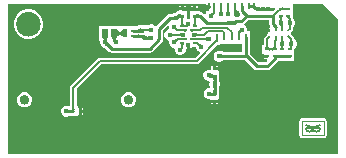
<source format=gbl>
G04*
G04 #@! TF.GenerationSoftware,Altium Limited,Altium Designer,21.1.1 (26)*
G04*
G04 Layer_Physical_Order=2*
G04 Layer_Color=16711680*
%FSLAX44Y44*%
%MOMM*%
G71*
G04*
G04 #@! TF.SameCoordinates,265E8744-D868-4B9A-8BEC-D162B1B1FCAB*
G04*
G04*
G04 #@! TF.FilePolarity,Positive*
G04*
G01*
G75*
%ADD10C,0.2500*%
%ADD11C,0.1500*%
%ADD12C,0.1000*%
%ADD28C,0.2540*%
%ADD29C,0.0100*%
%ADD30C,0.7500*%
%ADD31C,2.0000*%
%ADD32C,0.4000*%
%ADD33R,0.4000X0.2500*%
%ADD34R,0.4000X0.7000*%
%ADD35R,0.3000X0.2700*%
%ADD36R,0.2700X0.3000*%
%ADD37C,0.1500*%
G04:AMPARAMS|DCode=38|XSize=0.4mm|YSize=0.26mm|CornerRadius=0.065mm|HoleSize=0mm|Usage=FLASHONLY|Rotation=270.000|XOffset=0mm|YOffset=0mm|HoleType=Round|Shape=RoundedRectangle|*
%AMROUNDEDRECTD38*
21,1,0.4000,0.1300,0,0,270.0*
21,1,0.2700,0.2600,0,0,270.0*
1,1,0.1300,-0.0650,-0.1350*
1,1,0.1300,-0.0650,0.1350*
1,1,0.1300,0.0650,0.1350*
1,1,0.1300,0.0650,-0.1350*
%
%ADD38ROUNDEDRECTD38*%
G04:AMPARAMS|DCode=39|XSize=0.37mm|YSize=0.2mm|CornerRadius=0.05mm|HoleSize=0mm|Usage=FLASHONLY|Rotation=0.000|XOffset=0mm|YOffset=0mm|HoleType=Round|Shape=RoundedRectangle|*
%AMROUNDEDRECTD39*
21,1,0.3700,0.1000,0,0,0.0*
21,1,0.2700,0.2000,0,0,0.0*
1,1,0.1000,0.1350,-0.0500*
1,1,0.1000,-0.1350,-0.0500*
1,1,0.1000,-0.1350,0.0500*
1,1,0.1000,0.1350,0.0500*
%
%ADD39ROUNDEDRECTD39*%
G04:AMPARAMS|DCode=40|XSize=0.2mm|YSize=0.23mm|CornerRadius=0.05mm|HoleSize=0mm|Usage=FLASHONLY|Rotation=45.000|XOffset=0mm|YOffset=0mm|HoleType=Round|Shape=RoundedRectangle|*
%AMROUNDEDRECTD40*
21,1,0.2000,0.1300,0,0,45.0*
21,1,0.1000,0.2300,0,0,45.0*
1,1,0.1000,0.0813,-0.0106*
1,1,0.1000,0.0106,-0.0813*
1,1,0.1000,-0.0813,0.0106*
1,1,0.1000,-0.0106,0.0813*
%
%ADD40ROUNDEDRECTD40*%
G04:AMPARAMS|DCode=41|XSize=0.4mm|YSize=0.26mm|CornerRadius=0.065mm|HoleSize=0mm|Usage=FLASHONLY|Rotation=0.000|XOffset=0mm|YOffset=0mm|HoleType=Round|Shape=RoundedRectangle|*
%AMROUNDEDRECTD41*
21,1,0.4000,0.1300,0,0,0.0*
21,1,0.2700,0.2600,0,0,0.0*
1,1,0.1300,0.1350,-0.0650*
1,1,0.1300,-0.1350,-0.0650*
1,1,0.1300,-0.1350,0.0650*
1,1,0.1300,0.1350,0.0650*
%
%ADD41ROUNDEDRECTD41*%
G04:AMPARAMS|DCode=42|XSize=0.2mm|YSize=0.23mm|CornerRadius=0.05mm|HoleSize=0mm|Usage=FLASHONLY|Rotation=315.000|XOffset=0mm|YOffset=0mm|HoleType=Round|Shape=RoundedRectangle|*
%AMROUNDEDRECTD42*
21,1,0.2000,0.1300,0,0,315.0*
21,1,0.1000,0.2300,0,0,315.0*
1,1,0.1000,-0.0106,-0.0813*
1,1,0.1000,-0.0813,-0.0106*
1,1,0.1000,0.0106,0.0813*
1,1,0.1000,0.0813,0.0106*
%
%ADD42ROUNDEDRECTD42*%
%ADD43R,0.2200X0.5400*%
%ADD44R,0.5000X0.7000*%
G36*
X281941Y117733D02*
Y3059D01*
X3059D01*
Y129941D01*
X170480D01*
Y129345D01*
X173080D01*
Y126805D01*
X172022D01*
X172010Y125406D01*
X171817Y125044D01*
X170480Y126710D01*
Y123875D01*
X170480Y123875D01*
X170575Y122875D01*
X170106Y121744D01*
X169016Y121420D01*
X168006Y122430D01*
X166931Y123148D01*
X166489Y123236D01*
X166260Y123390D01*
X165948Y123638D01*
X165842Y123669D01*
X165751Y123730D01*
X165360Y123807D01*
X164977Y123918D01*
X164830Y123930D01*
Y124118D01*
X163790D01*
Y124651D01*
X162260Y124608D01*
Y124658D01*
X160790D01*
X159321D01*
Y124608D01*
X158229Y124658D01*
X157790D01*
Y124118D01*
X156750D01*
Y119005D01*
X156731Y118908D01*
X156741Y118857D01*
X156733Y118805D01*
X156750Y118733D01*
Y117849D01*
X156264Y117450D01*
X154964D01*
X154541Y117796D01*
Y118793D01*
X154548Y118820D01*
X154541Y118872D01*
Y118946D01*
X154553Y119010D01*
X154541Y119067D01*
Y124162D01*
X153501D01*
Y124695D01*
X151971Y124652D01*
Y124702D01*
X150501D01*
X147501D01*
Y124162D01*
X146461D01*
Y123965D01*
X146452Y123962D01*
X146023Y123877D01*
X145965Y123838D01*
X145897Y123821D01*
X145547Y123559D01*
X145183Y123315D01*
X145144Y123258D01*
X145088Y123216D01*
X144865Y122839D01*
X144862Y122836D01*
X144173D01*
X142599Y122184D01*
X142025Y122120D01*
X141679Y122009D01*
X141323Y121939D01*
X141201Y121857D01*
X141062Y121813D01*
X140821Y121610D01*
X139886D01*
X138618Y121357D01*
X137543Y120639D01*
X128518Y111615D01*
X128440Y111562D01*
X127224Y111503D01*
X126528Y112200D01*
X124859Y112891D01*
X123053D01*
X121847Y112391D01*
X120880Y112150D01*
Y112150D01*
X120880Y112150D01*
X115467D01*
X115371Y112169D01*
X115274Y112150D01*
X112800D01*
Y111595D01*
X112232Y111450D01*
X79860D01*
Y99370D01*
X80098D01*
X80550Y98693D01*
Y96887D01*
X81241Y95218D01*
X82518Y93941D01*
X84092Y93289D01*
X84544Y92929D01*
X84866Y92763D01*
X85168Y92561D01*
X85311Y92532D01*
X85441Y92465D01*
X85755Y92439D01*
X88312Y89882D01*
X89387Y89163D01*
X90655Y88911D01*
X122705D01*
X123973Y89163D01*
X125048Y89882D01*
X133153Y97987D01*
X133871Y99062D01*
X134124Y100330D01*
Y107847D01*
X138046Y111770D01*
X138678Y111512D01*
X138970Y111280D01*
Y109587D01*
X139136Y109187D01*
X138797Y108680D01*
X137128Y107989D01*
X135851Y106712D01*
X135160Y105043D01*
Y103237D01*
X135851Y101568D01*
X137128Y100291D01*
X138471Y99735D01*
X138970Y98693D01*
Y96887D01*
X139661Y95218D01*
X140938Y93941D01*
X142607Y93250D01*
X143343D01*
X144050Y92343D01*
Y90537D01*
X144741Y88868D01*
X146018Y87591D01*
X147687Y86900D01*
X149493D01*
X151162Y87591D01*
X152439Y88868D01*
X153130Y90537D01*
Y91408D01*
X153373Y91772D01*
X153430Y91847D01*
X153469Y91882D01*
X154344Y92379D01*
Y95261D01*
X154678Y95761D01*
X154695Y95847D01*
X156532D01*
X156550Y95761D01*
X156884Y95261D01*
Y92428D01*
X157103Y92472D01*
X157814Y92947D01*
X158289Y93658D01*
X158765Y93977D01*
X159414Y93848D01*
X161618D01*
X161830Y93352D01*
Y93077D01*
X162521Y91408D01*
X163798Y90131D01*
X164935Y89660D01*
X165205Y88516D01*
X161262Y84573D01*
X80499D01*
X79426Y84360D01*
X78517Y83752D01*
X56127Y61363D01*
X55520Y60453D01*
X55306Y59380D01*
Y44433D01*
X55287Y44405D01*
X55026Y44057D01*
X55008Y43987D01*
X54967Y43926D01*
X53964Y43520D01*
X53911Y43522D01*
X52973Y43910D01*
X51167D01*
X49498Y43219D01*
X48221Y41942D01*
X47530Y40273D01*
Y38467D01*
X48221Y36798D01*
X49498Y35521D01*
X51167Y34830D01*
X52973D01*
X54205Y35340D01*
X54220Y35330D01*
Y35330D01*
X56444D01*
X56588Y35319D01*
X56683Y35330D01*
X56694D01*
X56790Y35311D01*
X56887Y35330D01*
X62000D01*
Y36370D01*
X62540D01*
Y39370D01*
Y42370D01*
X62000D01*
Y43410D01*
X61361D01*
X61337Y43500D01*
X61253Y43926D01*
X61212Y43987D01*
X61194Y44057D01*
X60933Y44405D01*
X60914Y44433D01*
Y58219D01*
X81661Y78965D01*
X162424D01*
X163497Y79179D01*
X164406Y79787D01*
X179775Y95155D01*
X180231Y95219D01*
X180236Y95222D01*
X180242Y95223D01*
X180670Y95477D01*
X181102Y95731D01*
X181106Y95735D01*
X181111Y95738D01*
X182164Y96685D01*
X200766D01*
Y89776D01*
X185100D01*
X185042Y89812D01*
X184724Y90050D01*
X184616Y90077D01*
X184521Y90136D01*
X184129Y90201D01*
X183744Y90299D01*
X183634Y90283D01*
X183524Y90301D01*
X182881Y90280D01*
X182343Y90503D01*
X180537D01*
X178868Y89812D01*
X177591Y88534D01*
X176900Y86866D01*
Y85060D01*
X177591Y83391D01*
X178868Y82114D01*
X180537Y81423D01*
X182343D01*
X184012Y82114D01*
X184471Y82573D01*
X184973Y82667D01*
X185159Y82742D01*
X185358Y82771D01*
X185624Y82929D01*
X185910Y83044D01*
X186017Y83149D01*
X202995D01*
X211017Y75127D01*
X212092Y74409D01*
X213360Y74156D01*
X222250D01*
X223518Y74409D01*
X224593Y75127D01*
X230943Y81477D01*
X231400Y82160D01*
X232751D01*
X233409Y82142D01*
X233445Y82148D01*
X233480Y82141D01*
X233577Y82160D01*
X236323D01*
X236420Y82141D01*
X236455Y82148D01*
X236492Y82142D01*
X237149Y82160D01*
X239101D01*
X239758Y82142D01*
X239795Y82148D01*
X239830Y82141D01*
X239927Y82160D01*
X245340D01*
Y91913D01*
X245441Y92068D01*
X245713Y92475D01*
X245716Y92491D01*
X245725Y92505D01*
X246224Y93753D01*
X246419Y93948D01*
X247110Y95617D01*
Y97423D01*
X246419Y99092D01*
X246224Y99286D01*
X245725Y100535D01*
X245716Y100549D01*
X245713Y100565D01*
X245441Y100972D01*
X245174Y101383D01*
X245163Y101390D01*
X245160Y101403D01*
X244553Y102313D01*
X243225Y103640D01*
X242739Y104814D01*
X242103Y105450D01*
X242739Y106086D01*
X243225Y107260D01*
X243283Y107317D01*
X243890Y108227D01*
X244104Y109300D01*
Y109745D01*
X244171Y109848D01*
X244443Y110255D01*
X244446Y110271D01*
X244455Y110285D01*
X244954Y111533D01*
X245149Y111728D01*
X245840Y113397D01*
Y115203D01*
X245149Y116872D01*
X244954Y117066D01*
X244455Y118315D01*
X244446Y118329D01*
X244443Y118345D01*
X244406Y118400D01*
X244416Y118471D01*
X244355Y118709D01*
X244344Y118954D01*
X244231Y119193D01*
X244166Y119450D01*
X244070Y119649D01*
Y129930D01*
X245065Y129941D01*
X269733D01*
X281941Y117733D01*
D02*
G37*
G36*
X238591Y124850D02*
X237061Y125600D01*
Y127100D01*
X238561Y127360D01*
X238591Y124850D01*
D02*
G37*
G36*
X236649Y127100D02*
Y125600D01*
X235119Y124850D01*
X235149Y127360D01*
X236649Y127100D01*
D02*
G37*
G36*
X225400Y127190D02*
X225986Y124690D01*
X224651Y124461D01*
X224161Y127218D01*
X225400Y127190D01*
D02*
G37*
G36*
X177830Y123905D02*
X176330D01*
X176010Y125406D01*
X178150D01*
X177830Y123905D01*
D02*
G37*
G36*
X189961Y124519D02*
X190537Y123254D01*
X187756Y122930D01*
X188237Y124343D01*
X188011Y125406D01*
X190149D01*
X189961Y124519D01*
D02*
G37*
G36*
X183918Y124318D02*
X184375Y122891D01*
X181609Y123322D01*
X182192Y124554D01*
X182010Y125406D01*
X184149D01*
X183918Y124318D01*
D02*
G37*
G36*
X177299Y121628D02*
X176443Y120056D01*
X174902Y122394D01*
X176475Y122926D01*
X177299Y121628D01*
D02*
G37*
G36*
X149032Y118952D02*
X147014Y118984D01*
Y121484D01*
X149032Y121591D01*
Y118952D01*
D02*
G37*
G36*
X164760Y121337D02*
Y118837D01*
X162260Y118908D01*
Y121547D01*
X164760Y121337D01*
D02*
G37*
G36*
X234430Y117521D02*
X232930D01*
X232211Y119021D01*
X235149D01*
X234430Y117521D01*
D02*
G37*
G36*
X241830Y118330D02*
X240610Y117430D01*
X238561Y119021D01*
X241500D01*
X241830Y118330D01*
D02*
G37*
G36*
X161514Y117408D02*
X160014D01*
X159321Y118908D01*
X162260D01*
X161514Y117408D01*
D02*
G37*
G36*
X143647Y116896D02*
X142314Y117046D01*
Y119546D01*
X143647Y119696D01*
Y116896D01*
D02*
G37*
G36*
X151329Y118976D02*
X151964Y118983D01*
X151255Y117536D01*
X151214Y116734D01*
X149714D01*
X149672Y117544D01*
X149032Y118952D01*
X149600Y118958D01*
X149579Y119351D01*
X151348D01*
X151329Y118976D01*
D02*
G37*
G36*
X242700Y115728D02*
X239900D01*
X240550Y117354D01*
X242050D01*
X242700Y115728D01*
D02*
G37*
G36*
X235080D02*
X232280D01*
X232930Y117354D01*
X234430D01*
X235080Y115728D01*
D02*
G37*
G36*
X193831Y115407D02*
X193551Y112907D01*
X192248Y112812D01*
X190946Y114088D01*
X189644Y112812D01*
X188340Y112907D01*
X188060Y115407D01*
X189402Y115601D01*
X190946Y114088D01*
X192490Y115601D01*
X193831Y115407D01*
D02*
G37*
G36*
X162252Y112165D02*
X159275D01*
X160014Y113755D01*
X161514D01*
X162252Y112165D01*
D02*
G37*
G36*
X151952D02*
X148975D01*
X149714Y113755D01*
X151214D01*
X151952Y112165D01*
D02*
G37*
G36*
X242050Y111246D02*
X240550D01*
X239900Y112872D01*
X242700D01*
X242050Y111246D01*
D02*
G37*
G36*
X235700Y111555D02*
X234200Y111169D01*
X233505Y112308D01*
X235634Y113876D01*
X235700Y111555D01*
D02*
G37*
G36*
X153774Y110630D02*
X152173Y110388D01*
Y112107D01*
X153822Y112130D01*
X153774Y110630D01*
D02*
G37*
G36*
X146200Y108861D02*
X145139Y107800D01*
X143530Y108490D01*
X145510Y110470D01*
X146200Y108861D01*
D02*
G37*
G36*
X119810Y108678D02*
Y107178D01*
X118309Y106940D01*
X118279Y109428D01*
X119810Y108678D01*
D02*
G37*
G36*
X160202Y108797D02*
X159990Y107297D01*
X158067Y106875D01*
X158279Y109220D01*
X160202Y108797D01*
D02*
G37*
G36*
X153160Y106875D02*
X151238Y107297D01*
X151026Y108797D01*
X152948Y109220D01*
X153160Y106875D01*
D02*
G37*
G36*
X99971Y102870D02*
X97655Y104014D01*
X95339Y102870D01*
Y107950D01*
X97655Y106806D01*
X99971Y107950D01*
Y102870D01*
D02*
G37*
G36*
X122856Y106680D02*
X121136Y107178D01*
X120783Y108678D01*
X122264Y109417D01*
X122856Y106680D01*
D02*
G37*
G36*
X115371Y106940D02*
X112830Y106390D01*
Y108930D01*
X115371Y109579D01*
Y106940D01*
D02*
G37*
G36*
X200600Y106517D02*
X198991Y105827D01*
X197931Y106888D01*
X198620Y108497D01*
X200600Y106517D01*
D02*
G37*
G36*
X199149Y104594D02*
X197010D01*
X197330Y105977D01*
X198830D01*
X199149Y104594D01*
D02*
G37*
G36*
X187150D02*
X185011D01*
X185330Y106020D01*
X186830D01*
X187150Y104594D01*
D02*
G37*
G36*
X164076Y105097D02*
Y103597D01*
X162206Y103114D01*
Y105581D01*
X164076Y105097D01*
D02*
G37*
G36*
X149022Y103114D02*
X147152Y103597D01*
Y105097D01*
X149022Y105581D01*
Y103114D01*
D02*
G37*
G36*
X142656Y105097D02*
X142825Y103597D01*
X141266Y102895D01*
X140976Y105680D01*
X142656Y105097D01*
D02*
G37*
G36*
X115371Y103879D02*
Y101241D01*
X112871Y101910D01*
Y104410D01*
X115371Y103879D01*
D02*
G37*
G36*
X120809Y103040D02*
Y100540D01*
X118309Y101241D01*
Y103879D01*
X120809Y103040D01*
D02*
G37*
G36*
X122455Y100390D02*
X121122Y100540D01*
Y103040D01*
X122455Y103190D01*
Y100390D01*
D02*
G37*
G36*
X159990Y101397D02*
X160202Y99897D01*
X158279Y99475D01*
X158067Y101820D01*
X159990Y101397D01*
D02*
G37*
G36*
X152948Y99475D02*
X151026Y99897D01*
X151238Y101397D01*
X153160Y101820D01*
X152948Y99475D01*
D02*
G37*
G36*
X87369Y101940D02*
X86438Y99679D01*
X86490Y99218D01*
X83690D01*
X83738Y99647D01*
X82590Y101971D01*
X87369Y101940D01*
D02*
G37*
G36*
X171088Y99174D02*
X169567Y99897D01*
X169828Y101397D01*
X171532Y101939D01*
X171088Y99174D01*
D02*
G37*
G36*
X94373Y99830D02*
X94387Y99748D01*
X94313Y99704D01*
X94170Y99401D01*
X93806D01*
X92062Y98357D01*
X91867Y99401D01*
X91630D01*
X90430Y101940D01*
X95370D01*
X94373Y99830D01*
D02*
G37*
G36*
X243970Y97948D02*
X241170D01*
X241820Y99574D01*
X243320D01*
X243970Y97948D01*
D02*
G37*
G36*
X236350D02*
X233550D01*
X234200Y99574D01*
X235700D01*
X236350Y97948D01*
D02*
G37*
G36*
X146200Y99419D02*
X145510Y97810D01*
X143530Y99790D01*
X145139Y100480D01*
X146200Y99419D01*
D02*
G37*
G36*
X181150Y99256D02*
X179380Y97664D01*
X177950Y98356D01*
X179011Y100477D01*
X181150Y99256D01*
D02*
G37*
G36*
X87926Y96721D02*
X86159Y94954D01*
X85110Y95790D01*
X87090Y97770D01*
X87926Y96721D01*
D02*
G37*
G36*
X151214Y94939D02*
X149714D01*
X148975Y96529D01*
X151952D01*
X151214Y94939D01*
D02*
G37*
G36*
X166350Y95980D02*
X164370Y94000D01*
X163680Y95609D01*
X164741Y96670D01*
X166350Y95980D01*
D02*
G37*
G36*
X243320Y93466D02*
X242915D01*
X242770Y93069D01*
X241070D01*
X241575Y94079D01*
X241170Y95092D01*
X243970D01*
X243320Y93466D01*
D02*
G37*
G36*
X235941Y94068D02*
X236420Y93069D01*
X233480D01*
X233959Y94068D01*
X233550Y95092D01*
X236350D01*
X235941Y94068D01*
D02*
G37*
G36*
X223720Y93069D02*
X220781D01*
X221500Y94570D01*
X223000D01*
X223720Y93069D01*
D02*
G37*
G36*
X150994Y92783D02*
X150435Y92212D01*
X149362Y93285D01*
X149933Y93844D01*
X150994Y92783D01*
D02*
G37*
G36*
X230070Y93069D02*
X227131D01*
Y90430D01*
X225630Y91000D01*
Y92500D01*
X227131Y93069D01*
X227850Y94570D01*
X229350D01*
X230070Y93069D01*
D02*
G37*
G36*
X225219Y92500D02*
Y91000D01*
X223720Y90430D01*
Y93069D01*
X225219Y92500D01*
D02*
G37*
G36*
X239830Y84731D02*
X238125Y84778D01*
X236420Y84731D01*
Y87369D01*
X238125Y87322D01*
X239830Y87369D01*
Y84731D01*
D02*
G37*
G36*
X233480D02*
X231775Y84778D01*
X230070Y84731D01*
Y87369D01*
X231775Y87322D01*
X233480Y87369D01*
Y84731D01*
D02*
G37*
G36*
X184494Y85212D02*
X183173Y84964D01*
X182473Y87675D01*
X183609Y87712D01*
X184494Y85212D01*
D02*
G37*
G36*
X223290Y116450D02*
X223996D01*
Y113030D01*
X224250Y111754D01*
X224620Y111200D01*
X224590Y110942D01*
X224202Y110076D01*
X223675Y109857D01*
X223043Y109225D01*
X223041Y109220D01*
X224950D01*
Y106680D01*
X223009D01*
X223065Y106200D01*
X223086Y105739D01*
X222879Y105532D01*
X222161Y104814D01*
X221675Y103640D01*
X220267Y102233D01*
X219660Y101323D01*
X219446Y100250D01*
Y96068D01*
X219426Y96038D01*
X219165Y95689D01*
X219141Y95640D01*
X218210D01*
Y93271D01*
X218195Y93211D01*
X218205Y93140D01*
X218191Y93069D01*
X218210Y92973D01*
Y87860D01*
X219250D01*
Y87447D01*
X219869Y87344D01*
X220781Y87370D01*
Y87320D01*
X222250D01*
Y84780D01*
X220781D01*
Y84731D01*
X219250Y84773D01*
Y83200D01*
X221987D01*
X222370Y82276D01*
X220877Y80784D01*
X214733D01*
X207394Y88123D01*
Y96685D01*
X207720D01*
Y107165D01*
X205460D01*
X205160Y107614D01*
Y109420D01*
X204469Y111089D01*
X203192Y112366D01*
X202737Y112554D01*
X202639Y113549D01*
X202749Y113623D01*
X206153Y117026D01*
X223290D01*
Y116450D01*
D02*
G37*
G36*
X58899Y42237D02*
X59429Y40840D01*
X58977D01*
X59009Y40268D01*
X57211D01*
X57243Y40840D01*
X56790D01*
Y37901D01*
X54565Y38075D01*
X53498Y37970D01*
Y40770D01*
X54565Y40665D01*
X56790Y40840D01*
X57321Y42237D01*
X57360Y42935D01*
X58860D01*
X58899Y42237D01*
D02*
G37*
%LPC*%
G36*
X153501Y128822D02*
X151771D01*
Y127242D01*
X151971D01*
Y127291D01*
X153501Y127249D01*
Y128822D01*
D02*
G37*
G36*
X149231D02*
X147501D01*
Y127242D01*
X149231D01*
Y128822D01*
D02*
G37*
G36*
X163790Y128778D02*
X162060D01*
Y127198D01*
X162260D01*
Y127247D01*
X163790Y127205D01*
Y128778D01*
D02*
G37*
G36*
X159520D02*
X157790D01*
Y127232D01*
X159321Y127247D01*
Y127198D01*
X159520D01*
Y128778D01*
D02*
G37*
G36*
X21701Y125590D02*
X18399D01*
X15210Y124735D01*
X12350Y123084D01*
X10015Y120750D01*
X8365Y117890D01*
X7510Y114701D01*
Y111399D01*
X8365Y108210D01*
X10015Y105350D01*
X12350Y103015D01*
X15210Y101365D01*
X18399Y100510D01*
X21701D01*
X24890Y101365D01*
X27750Y103015D01*
X30085Y105350D01*
X31735Y108210D01*
X32590Y111399D01*
Y114701D01*
X31735Y117890D01*
X30085Y120750D01*
X27750Y123084D01*
X24890Y124735D01*
X21701Y125590D01*
D02*
G37*
G36*
X180800Y78090D02*
X179070D01*
Y76510D01*
X180800D01*
Y78090D01*
D02*
G37*
G36*
X176530D02*
X174800D01*
Y74802D01*
X173969Y74247D01*
X173623Y74390D01*
X171817D01*
X170148Y73699D01*
X168871Y72422D01*
X168180Y70753D01*
Y68947D01*
X168871Y67278D01*
X170148Y66001D01*
X171817Y65310D01*
X172973D01*
X173357Y65064D01*
X173773Y64372D01*
X173260Y63133D01*
Y61327D01*
X173912Y59753D01*
X173926Y59629D01*
X173305Y58775D01*
X173096Y58649D01*
X172071D01*
X170402Y57958D01*
X169125Y56681D01*
X168433Y55012D01*
Y53206D01*
X169125Y51538D01*
X170402Y50261D01*
X172071Y49569D01*
X173877D01*
X174371Y49220D01*
X180800D01*
Y49760D01*
X181840D01*
Y54873D01*
X181859Y54970D01*
X181840Y55066D01*
Y55110D01*
X181849Y55196D01*
X181840Y55303D01*
Y57540D01*
X181644D01*
X181630Y57696D01*
X181520Y58074D01*
X181443Y58460D01*
X181437Y58469D01*
X181443Y58478D01*
X181513Y58834D01*
X181623Y59179D01*
X181688Y59753D01*
X182340Y61327D01*
Y63133D01*
X181688Y64707D01*
X181840Y65650D01*
X181840D01*
Y67888D01*
X181849Y67994D01*
X181840Y68080D01*
Y68124D01*
X181859Y68221D01*
X181840Y68317D01*
Y73430D01*
X180800D01*
Y73970D01*
X177800D01*
Y75240D01*
X176530D01*
Y78090D01*
D02*
G37*
G36*
X180800Y46680D02*
X179070D01*
Y45100D01*
X180800D01*
Y46680D01*
D02*
G37*
G36*
X176530D02*
X174800D01*
Y45100D01*
X176530D01*
Y46680D01*
D02*
G37*
G36*
X105981Y55340D02*
X103479D01*
X101167Y54382D01*
X99398Y52613D01*
X98440Y50301D01*
Y47799D01*
X99398Y45487D01*
X101167Y43718D01*
X103479Y42760D01*
X105981D01*
X108293Y43718D01*
X110062Y45487D01*
X111020Y47799D01*
Y50301D01*
X110062Y52613D01*
X108293Y54382D01*
X105981Y55340D01*
D02*
G37*
G36*
X17981D02*
X15479D01*
X13167Y54382D01*
X11398Y52613D01*
X10440Y50301D01*
Y47799D01*
X11398Y45487D01*
X13167Y43718D01*
X15479Y42760D01*
X17981D01*
X20293Y43718D01*
X22062Y45487D01*
X23020Y47799D01*
Y50301D01*
X22062Y52613D01*
X20293Y54382D01*
X17981Y55340D01*
D02*
G37*
G36*
X66660Y42370D02*
X65080D01*
Y40640D01*
X66660D01*
Y42370D01*
D02*
G37*
G36*
Y38100D02*
X65080D01*
Y36370D01*
X66660D01*
Y38100D01*
D02*
G37*
G36*
X270000Y33549D02*
X252000D01*
X251025Y33355D01*
X250198Y32802D01*
X249645Y31975D01*
X249451Y31000D01*
Y19000D01*
X249645Y18024D01*
X250198Y17198D01*
X251025Y16645D01*
X252000Y16451D01*
X270000D01*
X270975Y16645D01*
X271802Y17198D01*
X272355Y18024D01*
X272549Y19000D01*
Y31000D01*
X272355Y31975D01*
X271802Y32802D01*
X270975Y33355D01*
X270000Y33549D01*
D02*
G37*
%LPD*%
G36*
X175419Y70834D02*
X176331Y70859D01*
Y68221D01*
X179270D01*
X179050Y65721D01*
X176550D01*
X176331Y68221D01*
X174581Y68269D01*
X173914Y68246D01*
X173921Y68288D01*
X173831Y68290D01*
Y70790D01*
X174315Y70803D01*
X174348Y71012D01*
X175419Y70834D01*
D02*
G37*
G36*
X179200Y63658D02*
X176400D01*
X176550Y64991D01*
X179050D01*
X179200Y63658D01*
D02*
G37*
G36*
X179050Y59469D02*
X176550D01*
X176400Y60802D01*
X179200D01*
X179050Y59469D01*
D02*
G37*
G36*
X179270Y54970D02*
X176331D01*
Y52330D01*
X173831Y52400D01*
Y54900D01*
X174633Y54922D01*
X174685Y55144D01*
X175724Y54953D01*
X176331Y54970D01*
X176550Y57470D01*
X179050D01*
X179270Y54970D01*
D02*
G37*
G36*
X265519Y26421D02*
X265677Y25750D01*
X261000Y24250D01*
X256323Y25750D01*
X256481Y26421D01*
X259658Y26509D01*
X262342D01*
X265519Y26421D01*
D02*
G37*
D10*
X214072Y126116D02*
X218884D01*
X222745Y125845D02*
X223000Y125590D01*
X218884Y126116D02*
X219155Y125845D01*
X222745D01*
X214056Y126132D02*
X214072Y126116D01*
X211230Y126625D02*
X212600D01*
X213157D02*
X213650Y126132D01*
X212600Y126625D02*
X213157D01*
X213650Y126132D02*
X214056D01*
X207080Y128075D02*
X211080D01*
X223756Y125940D02*
X227230D01*
X223000Y125590D02*
X223406D01*
X227230Y125940D02*
X227330Y126040D01*
X223406Y125590D02*
X223756Y125940D01*
X150501Y125972D02*
X159778D01*
X181553Y85963D02*
X182053Y86462D01*
X204368D01*
X181440Y85963D02*
X181553D01*
X159778Y125972D02*
X159822Y125928D01*
X160790D01*
X170933D01*
X173080Y128075D01*
X155614Y89532D02*
X155843Y89303D01*
X155614Y89532D02*
Y95847D01*
X117610Y101790D02*
X123883D01*
X116840Y102560D02*
X117610Y101790D01*
X116240Y103160D02*
X116840Y102560D01*
X108910Y103160D02*
X116240D01*
X217170Y86360D02*
X217480Y86050D01*
X222250D01*
X85090Y97790D02*
X90655Y92225D01*
X122705D02*
X130810Y100330D01*
X90655Y92225D02*
X122705D01*
X177800Y62230D02*
Y69540D01*
Y53650D02*
Y62230D01*
X172973Y54109D02*
X173433Y53650D01*
X177800D01*
X172720Y69850D02*
X173030Y69540D01*
X177800D01*
X139886Y118296D02*
X145076D01*
X130810Y109220D02*
X139886Y118296D01*
X130810Y100330D02*
Y109220D01*
X84900Y105410D02*
X85090Y105220D01*
Y97790D02*
Y105220D01*
X147014Y120234D02*
X150464D01*
X145076Y118296D02*
X147014Y120234D01*
X171593Y114157D02*
X194230D01*
X234950Y86050D02*
X241300D01*
X228600D02*
X234950D01*
X228600Y83820D02*
Y86050D01*
X222250Y77470D02*
X228600Y83820D01*
X213360Y77470D02*
X222250D01*
X204080Y86750D02*
X213360Y77470D01*
X204080Y86750D02*
Y101925D01*
X200406Y115966D02*
X204780Y120340D01*
X194230Y114157D02*
X196039Y115966D01*
X200406D01*
X165663Y120087D02*
X171593Y114157D01*
X160790Y120228D02*
X160931Y120087D01*
X165663D01*
X204780Y120340D02*
X227330D01*
X201080Y124040D02*
X204780Y120340D01*
X201080Y124040D02*
Y128075D01*
D11*
X258000Y22000D02*
G03*
X261000Y25000I0J3000D01*
G01*
X264000Y22000D02*
G03*
X267000Y25000I0J3000D01*
G01*
X255000D02*
G03*
X258000Y22000I3000J0D01*
G01*
X261000Y25000D02*
G03*
X264000Y22000I3000J-0D01*
G01*
X229950Y107950D02*
Y110410D01*
X196176Y124168D02*
X197976Y122367D01*
X196176Y122287D02*
X197047Y121415D01*
X195080Y120834D02*
Y122453D01*
Y120834D02*
X195518Y120396D01*
X197976Y121295D02*
Y122367D01*
X195080Y125264D02*
Y128075D01*
Y122453D02*
Y125264D01*
X196176Y124168D01*
Y122287D02*
Y124168D01*
X188825Y122160D02*
X189080Y122415D01*
X227330Y120340D02*
X227480D01*
X228080Y120940D02*
Y121049D01*
X229707Y122670D02*
X232477Y125440D01*
X233080D02*
X233990Y126350D01*
X227480Y120340D02*
X228080Y120940D01*
X229701Y122670D02*
X229707D01*
X228080Y121049D02*
X229701Y122670D01*
X232477Y125440D02*
X233080D01*
X165239Y108047D02*
X167285Y110093D01*
X188617D02*
X192080Y106630D01*
X167285Y110093D02*
X188617D01*
X157814Y108047D02*
X165239D01*
X192080Y101925D02*
Y106630D01*
X196317Y121216D02*
X196654D01*
X195080Y122453D02*
X196317Y121216D01*
X255000Y28000D02*
X261000Y25000D01*
X255000D02*
X267000D01*
X261000D02*
X267000Y28000D01*
X139700Y104140D02*
X139907Y104347D01*
X150614D01*
X162424Y81769D02*
X180080Y99425D01*
X80499Y81769D02*
X162424D01*
X180080Y99425D02*
Y101925D01*
X233680Y114300D02*
Y120340D01*
X150544Y111327D02*
X152211D01*
X152264Y111380D02*
X154147D01*
X155614Y112847D01*
X152211Y111327D02*
X152264Y111380D01*
X222250Y91750D02*
X228600D01*
Y98762D01*
X189080Y122415D02*
Y128075D01*
X188825Y122160D02*
X188825D01*
X189312Y121674D01*
X198080Y101925D02*
Y105977D01*
X200620Y108517D01*
X175049Y120439D02*
X177080Y122470D01*
X174480Y120439D02*
X175049D01*
X182772Y121695D02*
X183080Y122004D01*
Y128075D01*
X169117Y104347D02*
X172093Y107323D01*
X184777D02*
X186080Y106020D01*
X172093Y107323D02*
X184777D01*
X233990Y126350D02*
X239720D01*
X240030Y126040D01*
X58110Y39370D02*
Y59380D01*
X80499Y81769D01*
X116840Y108260D02*
X117172Y107928D01*
X123533D01*
X123956Y108351D01*
X177080Y122470D02*
Y128075D01*
X160764Y120202D02*
X160790Y120228D01*
X160764Y111247D02*
Y120202D01*
X150464Y111247D02*
Y120234D01*
X148590Y91440D02*
X150464Y93314D01*
Y97447D01*
X143510Y97790D02*
X146367Y100647D01*
X153414D01*
X143510Y110490D02*
X145953Y108047D01*
X153414D01*
X172403Y100647D02*
X172720Y100330D01*
X157814Y100647D02*
X172403D01*
X162903Y97447D02*
X166370Y93980D01*
X160764Y97447D02*
X162903D01*
X186080Y101925D02*
Y106020D01*
X160614Y104347D02*
X169117D01*
X228600Y98762D02*
X229870Y100032D01*
Y102870D01*
X229950Y102950D01*
X234950Y91750D02*
Y96520D01*
X242570Y93020D02*
Y96520D01*
X241300Y91750D02*
X242570Y93020D01*
Y96520D02*
Y100330D01*
X239950Y102950D02*
X242570Y100330D01*
X234950Y96520D02*
Y102950D01*
X240030Y119070D02*
X241300Y117800D01*
Y114300D02*
Y117800D01*
Y109300D02*
Y114300D01*
X239950Y107950D02*
X241300Y109300D01*
X233680Y114300D02*
X234950Y113030D01*
Y107950D02*
Y113030D01*
X222250Y91750D02*
Y100250D01*
X224950Y102950D01*
D12*
X252000Y19000D02*
Y31000D01*
Y19000D02*
X270000D01*
X252000Y31000D02*
X270000D01*
Y19000D02*
Y31000D01*
D28*
X227330Y113030D02*
Y120340D01*
Y113030D02*
X229950Y110410D01*
X116240Y107660D02*
X116840Y108260D01*
X108910Y107660D02*
X116240D01*
X92900Y105410D02*
X101910D01*
X92900Y98870D02*
X93980Y97790D01*
X92900Y98870D02*
Y105410D01*
X52070Y39370D02*
X58110D01*
D29*
X20480Y49050D02*
G03*
X20480Y49050I-3750J0D01*
G01*
X108480D02*
G03*
X108480Y49050I-3750J0D01*
G01*
X30050Y113050D02*
G03*
X30050Y113050I-10000J0D01*
G01*
D30*
X16730Y49050D02*
D03*
X104730D02*
D03*
D31*
X20050Y113050D02*
D03*
D32*
X280000Y65000D02*
D03*
X218900Y126100D02*
D03*
X214056Y126132D02*
D03*
X166000Y78000D02*
D03*
X68000Y39000D02*
D03*
X223000Y125590D02*
D03*
X216000Y111000D02*
D03*
X196654Y121216D02*
D03*
X267000Y5000D02*
D03*
X279000D02*
D03*
X247500Y127500D02*
D03*
X257500D02*
D03*
X267500D02*
D03*
X274000Y122000D02*
D03*
X82500Y127500D02*
D03*
X92500D02*
D03*
X102500D02*
D03*
X112500D02*
D03*
X122500D02*
D03*
X132500D02*
D03*
X12500D02*
D03*
X22500D02*
D03*
X32500D02*
D03*
X42500D02*
D03*
X52500D02*
D03*
X62500D02*
D03*
X72500D02*
D03*
X5000Y125000D02*
D03*
Y115000D02*
D03*
Y105000D02*
D03*
Y95000D02*
D03*
Y85000D02*
D03*
Y45000D02*
D03*
X280000Y65000D02*
D03*
Y75000D02*
D03*
Y85000D02*
D03*
Y95000D02*
D03*
Y105000D02*
D03*
Y115000D02*
D03*
Y15000D02*
D03*
Y25000D02*
D03*
Y35000D02*
D03*
Y45000D02*
D03*
Y55000D02*
D03*
X215000Y5000D02*
D03*
X225000D02*
D03*
X235000D02*
D03*
X245000D02*
D03*
X255000D02*
D03*
X145000D02*
D03*
X155000D02*
D03*
X165000D02*
D03*
X175000D02*
D03*
X185000D02*
D03*
X195000D02*
D03*
X205000D02*
D03*
X75000D02*
D03*
X85000D02*
D03*
X95000D02*
D03*
X105000D02*
D03*
X115000D02*
D03*
X125000D02*
D03*
X135000D02*
D03*
X65000D02*
D03*
X55000D02*
D03*
X45000D02*
D03*
X35000D02*
D03*
X25000D02*
D03*
X15000D02*
D03*
X5000D02*
D03*
X181440Y85963D02*
D03*
X177800Y62230D02*
D03*
X210500Y31000D02*
D03*
X229250Y20750D02*
D03*
X254000Y80010D02*
D03*
X257810Y111760D02*
D03*
X223520Y67310D02*
D03*
X265000Y90750D02*
D03*
X179790Y23918D02*
D03*
X140525Y22263D02*
D03*
X125403Y48550D02*
D03*
X125000Y87000D02*
D03*
X155843Y89303D02*
D03*
X90170Y73660D02*
D03*
X30480Y16510D02*
D03*
X60960Y24130D02*
D03*
X45720Y68580D02*
D03*
X33020Y88900D02*
D03*
X49530Y115570D02*
D03*
X88900Y114300D02*
D03*
X123883Y101790D02*
D03*
X93762Y32968D02*
D03*
X80954Y61927D02*
D03*
X81552Y16960D02*
D03*
X172720Y77470D02*
D03*
X178903Y42845D02*
D03*
X162560Y45720D02*
D03*
Y62230D02*
D03*
X196850Y69850D02*
D03*
X191770Y76200D02*
D03*
X217170Y86360D02*
D03*
X194698Y93266D02*
D03*
X209550Y110490D02*
D03*
X85090Y97790D02*
D03*
X145076Y118296D02*
D03*
X190946Y114330D02*
D03*
X189312Y121674D02*
D03*
X200620Y108517D02*
D03*
X172720Y69850D02*
D03*
X172973Y54109D02*
D03*
X174480Y120439D02*
D03*
X182772Y121695D02*
D03*
X123956Y108351D02*
D03*
X148590Y91440D02*
D03*
X143510Y97790D02*
D03*
X139700Y104140D02*
D03*
X143510Y110490D02*
D03*
X172720Y100330D02*
D03*
X166370Y93980D02*
D03*
X242570Y96520D02*
D03*
X234950D02*
D03*
X241300Y114300D02*
D03*
X233680D02*
D03*
X93980Y97790D02*
D03*
X52070Y39370D02*
D03*
D33*
X108910Y103160D02*
D03*
Y107660D02*
D03*
D34*
X101910Y105410D02*
D03*
D35*
X240030Y120340D02*
D03*
Y126040D02*
D03*
X234950Y91750D02*
D03*
Y86050D02*
D03*
X241300Y91750D02*
D03*
Y86050D02*
D03*
X233680Y120340D02*
D03*
Y126040D02*
D03*
X228600Y86050D02*
D03*
Y91750D02*
D03*
X116840Y108260D02*
D03*
Y102560D02*
D03*
X227330Y120340D02*
D03*
Y126040D02*
D03*
X222250Y91750D02*
D03*
Y86050D02*
D03*
X177800Y53650D02*
D03*
Y47950D02*
D03*
Y69540D02*
D03*
Y75240D02*
D03*
X160790Y120228D02*
D03*
Y125928D02*
D03*
X150501Y120272D02*
D03*
Y125972D02*
D03*
D36*
X58110Y39370D02*
D03*
X63810D02*
D03*
D37*
X239950Y102950D02*
D03*
Y107950D02*
D03*
X234950Y102950D02*
D03*
Y107950D02*
D03*
X229950Y102950D02*
D03*
Y107950D02*
D03*
X224950Y102950D02*
D03*
Y107950D02*
D03*
D38*
X155614Y112847D02*
D03*
Y95847D02*
D03*
D39*
X150464Y111247D02*
D03*
Y97447D02*
D03*
X160764D02*
D03*
Y111247D02*
D03*
D40*
X153414Y108047D02*
D03*
X157814Y100647D02*
D03*
D41*
X150614Y104347D02*
D03*
X160614D02*
D03*
D42*
X153414Y100647D02*
D03*
X157814Y108047D02*
D03*
D43*
X211080Y128075D02*
D03*
X173080D02*
D03*
X207080D02*
D03*
X204080Y101925D02*
D03*
X201080Y128075D02*
D03*
X198080Y101925D02*
D03*
X195080Y128075D02*
D03*
X192080Y101925D02*
D03*
X189080Y128075D02*
D03*
X186080Y101925D02*
D03*
X183080Y128075D02*
D03*
X180080Y101925D02*
D03*
X177080Y128075D02*
D03*
D44*
X84900Y105410D02*
D03*
X92900D02*
D03*
M02*

</source>
